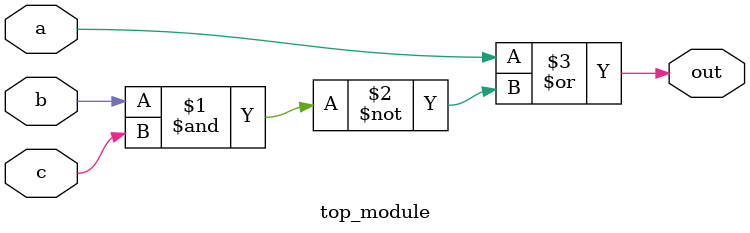
<source format=sv>
module top_module(
	input a, 
	input b,
	input c,
	output out
);

	assign out = a | ~(b & c);

endmodule

</source>
